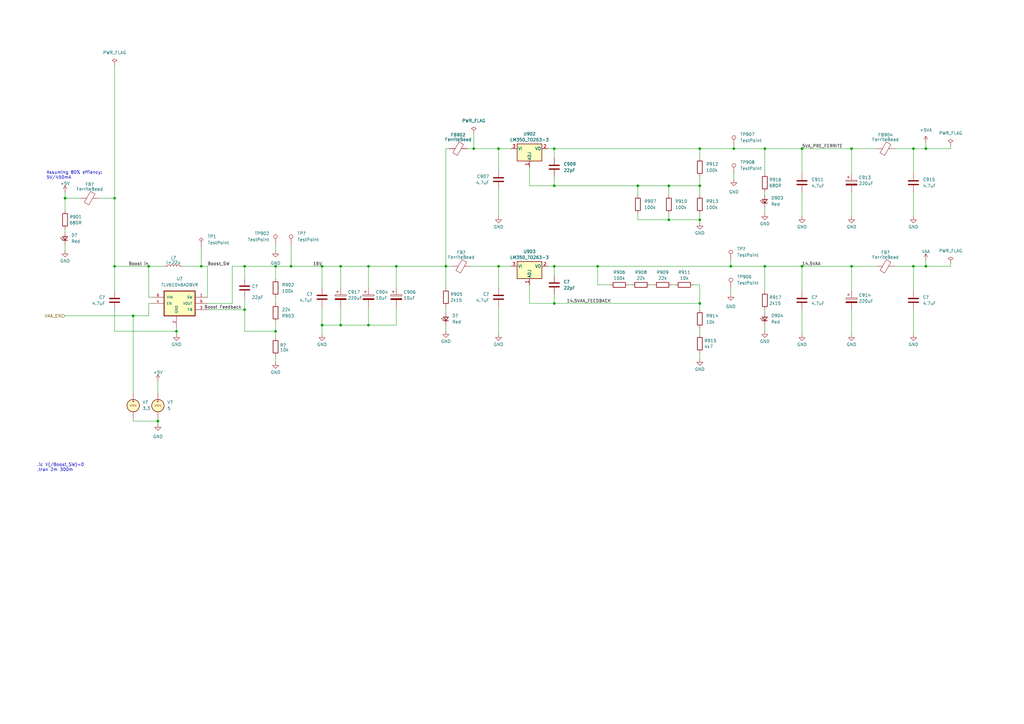
<source format=kicad_sch>
(kicad_sch (version 20250114) (generator "eeschema") (generator_version "9.0")
  (paper "A3")
  (lib_symbols
    (symbol "Connector:TestPoint" (pin_numbers (hide yes)) (pin_names (offset 0.762) (hide yes))
      (property "Reference" "TP" (at 0 6.858 0))
      (property "Value" "TestPoint" (at 0 5.08 0))
      (symbol "TestPoint_0_1"
        (circle (center 0 3.302) (radius 0.762))
      )
      (symbol "TestPoint_1_1"
        (pin passive line (at 0 0 90) (length 2.54) (name "1") (number "1"))
      )
    )
    (symbol "Connector:TestPoint_Alt" (pin_numbers (hide yes)) (pin_names (offset 0.762) (hide yes))
      (property "Reference" "TP" (at 0 6.858 0))
      (property "Value" "TestPoint_Alt" (at 0 5.08 0))
      (symbol "TestPoint_Alt_0_1"
        (polyline (pts (xy 0 2.54) (xy -0.762 3.302) (xy 0 4.064) (xy 0.762 3.302) (xy 0 2.54)))
      )
      (symbol "TestPoint_Alt_1_1"
        (pin passive line (at 0 0 90) (length 2.54) (name "1") (number "1"))
      )
    )
    (symbol "Device:C" (pin_numbers (hide yes)) (pin_names (offset 0.254))
      (property "Reference" "C" (at 0.635 2.54 0))
      (property "Value" "C" (at 0.635 -2.54 0))
      (symbol "C_0_1"
        (polyline (pts (xy -2.032 0.762) (xy 2.032 0.762)) (stroke (width 0.508)))
        (polyline (pts (xy -2.032 -0.762) (xy 2.032 -0.762)) (stroke (width 0.508)))
      )
      (symbol "C_1_1"
        (pin passive line (at 0 3.81 270) (length 2.794) (name "~") (number "1"))
        (pin passive line (at 0 -3.81 90) (length 2.794) (name "~") (number "2"))
      )
    )
    (symbol "Device:C_Polarized" (pin_numbers (hide yes)) (pin_names (offset 0.254))
      (property "Reference" "C" (at 0.635 2.54 0))
      (property "Value" "C_Polarized" (at 0.635 -2.54 0))
      (symbol "C_Polarized_0_1"
        (rectangle (start -2.286 0.508) (end 2.286 1.016))
        (polyline (pts (xy -1.778 2.286) (xy -0.762 2.286)))
        (polyline (pts (xy -1.27 2.794) (xy -1.27 1.778)))
        (rectangle (start 2.286 -0.508) (end -2.286 -1.016) (fill (type outline)))
      )
      (symbol "C_Polarized_1_1"
        (pin passive line (at 0 3.81 270) (length 2.794) (name "~") (number "1"))
        (pin passive line (at 0 -3.81 90) (length 2.794) (name "~") (number "2"))
      )
    )
    (symbol "Device:FerriteBead" (pin_numbers (hide yes)) (pin_names (offset 0))
      (property "Reference" "FB" (at -3.81 0.635 90))
      (property "Value" "FerriteBead" (at 3.81 0 90))
      (symbol "FerriteBead_0_1"
        (polyline (pts (xy -2.7686 0.4064) (xy -1.7018 2.2606) (xy 2.7686 -0.3048) (xy 1.6764 -2.159) (xy -2.7686 0.4064)))
        (polyline (pts (xy 0 1.27) (xy 0 1.2954)))
        (polyline (pts (xy 0 -1.27) (xy 0 -1.2192)))
      )
      (symbol "FerriteBead_1_1"
        (pin passive line (at 0 3.81 270) (length 2.54) (name "~") (number "1"))
        (pin passive line (at 0 -3.81 90) (length 2.54) (name "~") (number "2"))
      )
    )
    (symbol "Device:L" (pin_numbers (hide yes)) (pin_names (offset 1.016) (hide yes))
      (property "Reference" "L" (at -1.27 0 90))
      (property "Value" "L" (at 1.905 0 90))
      (symbol "L_0_1"
        (arc (start 0 2.54) (mid 0.6323 1.905) (end 0 1.27))
        (arc (start 0 1.27) (mid 0.6323 0.635) (end 0 0))
        (arc (start 0 0) (mid 0.6323 -0.635) (end 0 -1.27))
        (arc (start 0 -1.27) (mid 0.6323 -1.905) (end 0 -2.54))
      )
      (symbol "L_1_1"
        (pin passive line (at 0 3.81 270) (length 1.27) (name "1") (number "1"))
        (pin passive line (at 0 -3.81 90) (length 1.27) (name "2") (number "2"))
      )
    )
    (symbol "Device:LED_Small" (pin_numbers (hide yes)) (pin_names (offset 0.254) (hide yes))
      (property "Reference" "D" (at -1.27 3.175 0))
      (property "Value" "LED_Small" (at -4.445 -2.54 0))
      (symbol "LED_Small_0_1"
        (polyline (pts (xy -0.762 -1.016) (xy -0.762 1.016)) (stroke (width 0.254)))
        (polyline (pts (xy 0 0.762) (xy -0.508 1.27) (xy -0.254 1.27) (xy -0.508 1.27) (xy -0.508 1.016)))
        (polyline (pts (xy 0.508 1.27) (xy 0 1.778) (xy 0.254 1.778) (xy 0 1.778) (xy 0 1.524)))
        (polyline (pts (xy 0.762 -1.016) (xy -0.762 0) (xy 0.762 1.016) (xy 0.762 -1.016)) (stroke (width 0.254)))
        (polyline (pts (xy 1.016 0) (xy -0.762 0)))
      )
      (symbol "LED_Small_1_1"
        (pin passive line (at -2.54 0 0) (length 1.778) (name "K") (number "1"))
        (pin passive line (at 2.54 0 180) (length 1.778) (name "A") (number "2"))
      )
    )
    (symbol "Device:R" (pin_numbers (hide yes)) (pin_names (offset 0))
      (property "Reference" "R" (at 2.032 0 90))
      (property "Value" "R" (at 0 0 90))
      (symbol "R_0_1"
        (rectangle (start -1.016 -2.54) (end 1.016 2.54) (stroke (width 0.254)))
      )
      (symbol "R_1_1"
        (pin passive line (at 0 3.81 270) (length 1.27) (name "~") (number "1"))
        (pin passive line (at 0 -3.81 90) (length 1.27) (name "~") (number "2"))
      )
    )
    (symbol "Regulator_Linear:LM350_TO220" (pin_names (offset 0.254))
      (property "Reference" "U" (at -3.81 3.175 0))
      (property "Value" "LM350_TO220" (at 0 3.175 0))
      (symbol "LM350_TO220_0_1"
        (rectangle (start -5.08 1.905) (end 5.08 -5.08) (stroke (width 0.254)) (fill (type background)))
      )
      (symbol "LM350_TO220_1_1"
        (pin power_in line (at -7.62 0 0) (length 2.54) (name "VI") (number "3"))
        (pin input line (at 0 -7.62 90) (length 2.54) (name "ADJ") (number "1"))
        (pin power_out line (at 7.62 0 180) (length 2.54) (name "VO") (number "2"))
      )
    )
    (symbol "Simulation_SPICE:VDC" (pin_numbers (hide yes)) (pin_names (offset 0.0254))
      (property "Reference" "V" (at 2.54 2.54 0))
      (property "Value" "1" (at 2.54 0 0))
      (symbol "VDC_0_0"
        (polyline (pts (xy -1.27 0.254) (xy 1.27 0.254)))
        (polyline (pts (xy -0.762 -0.254) (xy -1.27 -0.254)))
        (polyline (pts (xy 0.254 -0.254) (xy -0.254 -0.254)))
        (polyline (pts (xy 1.27 -0.254) (xy 0.762 -0.254)))
        (text "+" (at 0 1.905 0) (effects (font (size 1.27 1.27))))
      )
      (symbol "VDC_0_1"
        (circle (center 0 0) (radius 2.54) (stroke (width 0.254)) (fill (type background)))
      )
      (symbol "VDC_1_1"
        (pin passive line (at 0 5.08 270) (length 2.54) (name "~") (number "1"))
        (pin passive line (at 0 -5.08 90) (length 2.54) (name "~") (number "2"))
      )
    )
    (symbol "Skrooter_symbols:TLV61046ADBVR" (pin_names (offset 1.016))
      (property "Reference" "U" (at -12.7 11.16 0))
      (property "Value" "TLV61046ADBVR" (at -12.7 12.7 0))
      (symbol "TLV61046ADBVR_0_0"
        (rectangle (start -12.7 10.16) (end 0 0) (stroke (width 0.41)) (fill (type background)))
        (pin input line (at -17.78 7.62 0) (length 5.08) (name "VIN") (number "6"))
        (pin input line (at -17.78 5.08 0) (length 5.08) (name "EN") (number "4"))
        (pin power_in line (at -7.62 -5.08 90) (length 5.08) (name "GND") (number "2"))
        (pin output line (at 5.08 7.62 180) (length 5.08) (name "SW") (number "1"))
        (pin output line (at 5.08 5.08 180) (length 5.08) (name "VOUT") (number "5"))
        (pin input line (at 5.08 2.54 180) (length 5.08) (name "FB") (number "3"))
      )
    )
    (symbol "power:+5V" (power) (pin_numbers (hide yes)) (pin_names (offset 0) (hide yes))
      (property "Value" "+5V" (at 0 3.556 0))
      (symbol "+5V_0_1"
        (polyline (pts (xy -0.762 1.27) (xy 0 2.54)))
        (polyline (pts (xy 0 2.54) (xy 0.762 1.27)))
        (polyline (pts (xy 0 0) (xy 0 2.54)))
      )
      (symbol "+5V_1_1"
        (pin power_in line (at 0 0 90) (length 0) (name "~") (number "1"))
      )
    )
    (symbol "power:+5VA" (power) (pin_numbers (hide yes)) (pin_names (offset 0) (hide yes))
      (property "Value" "+5VA" (at 0 3.556 0))
      (symbol "+5VA_0_1"
        (polyline (pts (xy -0.762 1.27) (xy 0 2.54)))
        (polyline (pts (xy 0 2.54) (xy 0.762 1.27)))
        (polyline (pts (xy 0 0) (xy 0 2.54)))
      )
      (symbol "+5VA_1_1"
        (pin power_in line (at 0 0 90) (length 0) (name "~") (number "1"))
      )
    )
    (symbol "power:GND" (power) (pin_numbers (hide yes)) (pin_names (offset 0) (hide yes))
      (property "Value" "GND" (at 0 -3.81 0))
      (symbol "GND_0_1"
        (polyline (pts (xy 0 0) (xy 0 -1.27) (xy 1.27 -1.27) (xy 0 -2.54) (xy -1.27 -1.27) (xy 0 -1.27)))
      )
      (symbol "GND_1_1"
        (pin power_in line (at 0 0 270) (length 0) (name "~") (number "1"))
      )
    )
    (symbol "power:PWR_FLAG" (power) (pin_numbers (hide yes)) (pin_names (offset 0) (hide yes))
      (property "Value" "PWR_FLAG" (at 0 3.81 0))
      (symbol "PWR_FLAG_0_0"
        (pin power_out line (at 0 0 90) (length 0) (name "~") (number "1"))
      )
      (symbol "PWR_FLAG_0_1"
        (polyline (pts (xy 0 0) (xy 0 1.27) (xy -1.016 1.905) (xy 0 2.54) (xy 1.016 1.905) (xy 0 1.27)))
      )
    )
    (symbol "power:VAA" (power) (pin_numbers (hide yes)) (pin_names (offset 0) (hide yes))
      (property "Value" "VAA" (at 0 3.556 0))
      (symbol "VAA_0_1"
        (polyline (pts (xy -0.762 1.27) (xy 0 2.54)))
        (polyline (pts (xy 0 2.54) (xy 0.762 1.27)))
        (polyline (pts (xy 0 0) (xy 0 2.54)))
      )
      (symbol "VAA_1_1"
        (pin power_in line (at 0 0 90) (length 0) (name "~") (number "1"))
      )
    )
  )
  (text "Assuming 80% effiency:\n5V/450mA" (at 19.05 73.66 0) (effects (font (size 1.27 1.27)) (justify left bottom)))
  (text ".ic V(/Boost_SW)=0\n.tran 2m 300m\n\n" (at 15.24 195.58 0) (effects (font (size 1.27 1.27)) (justify left bottom)))
  (junction (at 299.72 109.22))
  (junction (at 151.13 109.22))
  (junction (at 82.55 109.22))
  (junction (at 374.65 109.22))
  (junction (at 46.99 81.28))
  (junction (at 261.62 76.2))
  (junction (at 139.7 133.35))
  (junction (at 162.56 109.22))
  (junction (at 328.93 60.96))
  (junction (at 113.03 135.89))
  (junction (at 119.38 109.22))
  (junction (at 313.69 109.22))
  (junction (at 204.47 109.22))
  (junction (at 287.02 76.2))
  (junction (at 379.73 109.22))
  (junction (at 313.69 60.96))
  (junction (at 60.96 109.22))
  (junction (at 227.33 76.2))
  (junction (at 204.47 60.96))
  (junction (at 328.93 109.22))
  (junction (at 72.39 135.89))
  (junction (at 349.25 109.22))
  (junction (at 274.32 90.17))
  (junction (at 287.02 60.96))
  (junction (at 287.02 90.17))
  (junction (at 64.77 172.72))
  (junction (at 132.08 109.22))
  (junction (at 287.02 124.46))
  (junction (at 379.73 60.96))
  (junction (at 139.7 109.22))
  (junction (at 54.61 129.54))
  (junction (at 182.88 109.22))
  (junction (at 46.99 109.22))
  (junction (at 374.65 60.96))
  (junction (at 245.11 109.22))
  (junction (at 349.25 60.96))
  (junction (at 113.03 109.22))
  (junction (at 227.33 109.22))
  (junction (at 151.13 133.35))
  (junction (at 100.33 127))
  (junction (at 194.31 60.96))
  (junction (at 132.08 133.35))
  (junction (at 26.67 81.28))
  (junction (at 100.33 109.22))
  (junction (at 274.32 76.2))
  (junction (at 227.33 124.46))
  (junction (at 300.99 60.96))
  (junction (at 227.33 60.96))
  (wire (pts (xy 227.33 76.2) (xy 261.62 76.2)))
  (wire (pts (xy 287.02 76.2) (xy 287.02 72.39)))
  (wire (pts (xy 328.93 109.22) (xy 328.93 119.38)))
  (wire (pts (xy 60.96 124.46) (xy 60.96 129.54)))
  (wire (pts (xy 287.02 144.78) (xy 287.02 147.32)))
  (wire (pts (xy 227.33 109.22) (xy 227.33 113.03)))
  (wire (pts (xy 349.25 109.22) (xy 359.41 109.22)))
  (wire (pts (xy 46.99 26.67) (xy 46.99 81.28)))
  (wire (pts (xy 367.03 109.22) (xy 374.65 109.22)))
  (wire (pts (xy 26.67 78.74) (xy 26.67 81.28)))
  (wire (pts (xy 299.72 106.68) (xy 299.72 109.22)))
  (wire (pts (xy 349.25 127) (xy 349.25 137.16)))
  (wire (pts (xy 287.02 76.2) (xy 287.02 80.01)))
  (wire (pts (xy 151.13 125.73) (xy 151.13 133.35)))
  (wire (pts (xy 113.03 121.92) (xy 113.03 124.46)))
  (wire (pts (xy 85.09 127) (xy 100.33 127)))
  (wire (pts (xy 60.96 121.92) (xy 62.23 121.92)))
  (wire (pts (xy 261.62 90.17) (xy 274.32 90.17)))
  (wire (pts (xy 139.7 133.35) (xy 132.08 133.35)))
  (wire (pts (xy 85.09 121.92) (xy 85.09 109.22)))
  (wire (pts (xy 46.99 81.28) (xy 46.99 109.22)))
  (wire (pts (xy 204.47 109.22) (xy 204.47 118.11)))
  (wire (pts (xy 328.93 78.74) (xy 328.93 88.9)))
  (wire (pts (xy 227.33 72.39) (xy 227.33 76.2)))
  (wire (pts (xy 313.69 78.74) (xy 313.69 80.01)))
  (wire (pts (xy 287.02 60.96) (xy 300.99 60.96)))
  (wire (pts (xy 162.56 109.22) (xy 162.56 118.11)))
  (wire (pts (xy 299.72 120.65) (xy 299.72 118.11)))
  (wire (pts (xy 367.03 60.96) (xy 374.65 60.96)))
  (wire (pts (xy 82.55 109.22) (xy 74.93 109.22)))
  (wire (pts (xy 151.13 133.35) (xy 139.7 133.35)))
  (wire (pts (xy 217.17 76.2) (xy 217.17 68.58)))
  (wire (pts (xy 261.62 76.2) (xy 274.32 76.2)))
  (wire (pts (xy 132.08 133.35) (xy 132.08 137.16)))
  (wire (pts (xy 349.25 109.22) (xy 349.25 119.38)))
  (wire (pts (xy 60.96 109.22) (xy 67.31 109.22)))
  (wire (pts (xy 217.17 76.2) (xy 227.33 76.2)))
  (wire (pts (xy 328.93 127) (xy 328.93 137.16)))
  (wire (pts (xy 227.33 124.46) (xy 287.02 124.46)))
  (wire (pts (xy 245.11 116.84) (xy 245.11 109.22)))
  (wire (pts (xy 328.93 109.22) (xy 349.25 109.22)))
  (wire (pts (xy 46.99 109.22) (xy 60.96 109.22)))
  (wire (pts (xy 26.67 81.28) (xy 26.67 86.36)))
  (wire (pts (xy 162.56 125.73) (xy 162.56 133.35)))
  (wire (pts (xy 182.88 125.73) (xy 182.88 128.27)))
  (wire (pts (xy 26.67 129.54) (xy 54.61 129.54)))
  (wire (pts (xy 204.47 77.47) (xy 204.47 88.9)))
  (wire (pts (xy 151.13 109.22) (xy 151.13 118.11)))
  (wire (pts (xy 274.32 76.2) (xy 274.32 80.01)))
  (wire (pts (xy 113.03 135.89) (xy 100.33 135.89)))
  (wire (pts (xy 132.08 125.73) (xy 132.08 133.35)))
  (wire (pts (xy 113.03 109.22) (xy 113.03 114.3)))
  (wire (pts (xy 284.48 116.84) (xy 287.02 116.84)))
  (wire (pts (xy 119.38 100.33) (xy 119.38 109.22)))
  (wire (pts (xy 113.03 102.87) (xy 113.03 100.33)))
  (wire (pts (xy 287.02 87.63) (xy 287.02 90.17)))
  (wire (pts (xy 245.11 109.22) (xy 299.72 109.22)))
  (wire (pts (xy 250.19 116.84) (xy 245.11 116.84)))
  (wire (pts (xy 100.33 109.22) (xy 113.03 109.22)))
  (wire (pts (xy 46.99 127) (xy 46.99 135.89)))
  (wire (pts (xy 100.33 121.92) (xy 100.33 127)))
  (wire (pts (xy 389.89 107.95) (xy 389.89 109.22)))
  (wire (pts (xy 139.7 109.22) (xy 139.7 118.11)))
  (wire (pts (xy 299.72 109.22) (xy 313.69 109.22)))
  (wire (pts (xy 182.88 60.96) (xy 184.15 60.96)))
  (wire (pts (xy 82.55 101.6) (xy 82.55 109.22)))
  (wire (pts (xy 328.93 60.96) (xy 349.25 60.96)))
  (wire (pts (xy 100.33 135.89) (xy 100.33 127)))
  (wire (pts (xy 275.59 116.84) (xy 276.86 116.84)))
  (wire (pts (xy 162.56 109.22) (xy 182.88 109.22)))
  (wire (pts (xy 313.69 60.96) (xy 328.93 60.96)))
  (wire (pts (xy 113.03 146.05) (xy 113.03 148.59)))
  (wire (pts (xy 379.73 60.96) (xy 389.89 60.96)))
  (wire (pts (xy 379.73 58.42) (xy 379.73 60.96)))
  (wire (pts (xy 227.33 120.65) (xy 227.33 124.46)))
  (wire (pts (xy 227.33 60.96) (xy 287.02 60.96)))
  (wire (pts (xy 26.67 81.28) (xy 33.02 81.28)))
  (wire (pts (xy 194.31 54.61) (xy 194.31 60.96)))
  (wire (pts (xy 349.25 60.96) (xy 349.25 71.12)))
  (wire (pts (xy 54.61 171.45) (xy 54.61 172.72)))
  (wire (pts (xy 313.69 135.89) (xy 313.69 133.35)))
  (wire (pts (xy 300.99 73.66) (xy 300.99 71.12)))
  (wire (pts (xy 204.47 125.73) (xy 204.47 137.16)))
  (wire (pts (xy 274.32 87.63) (xy 274.32 90.17)))
  (wire (pts (xy 224.79 60.96) (xy 227.33 60.96)))
  (wire (pts (xy 139.7 125.73) (xy 139.7 133.35)))
  (wire (pts (xy 266.7 116.84) (xy 267.97 116.84)))
  (wire (pts (xy 300.99 60.96) (xy 300.99 59.69)))
  (wire (pts (xy 119.38 109.22) (xy 113.03 109.22)))
  (wire (pts (xy 227.33 60.96) (xy 227.33 64.77)))
  (wire (pts (xy 287.02 90.17) (xy 274.32 90.17)))
  (wire (pts (xy 379.73 60.96) (xy 374.65 60.96)))
  (wire (pts (xy 119.38 109.22) (xy 132.08 109.22)))
  (wire (pts (xy 204.47 109.22) (xy 209.55 109.22)))
  (wire (pts (xy 313.69 109.22) (xy 313.69 119.38)))
  (wire (pts (xy 313.69 109.22) (xy 328.93 109.22)))
  (wire (pts (xy 64.77 172.72) (xy 64.77 173.99)))
  (wire (pts (xy 132.08 109.22) (xy 132.08 118.11)))
  (wire (pts (xy 349.25 78.74) (xy 349.25 88.9)))
  (wire (pts (xy 374.65 109.22) (xy 374.65 119.38)))
  (wire (pts (xy 100.33 109.22) (xy 100.33 114.3)))
  (wire (pts (xy 217.17 124.46) (xy 227.33 124.46)))
  (wire (pts (xy 257.81 116.84) (xy 259.08 116.84)))
  (wire (pts (xy 60.96 109.22) (xy 60.96 121.92)))
  (wire (pts (xy 287.02 116.84) (xy 287.02 124.46)))
  (wire (pts (xy 374.65 127) (xy 374.65 137.16)))
  (wire (pts (xy 374.65 78.74) (xy 374.65 88.9)))
  (wire (pts (xy 194.31 60.96) (xy 191.77 60.96)))
  (wire (pts (xy 193.04 109.22) (xy 204.47 109.22)))
  (wire (pts (xy 72.39 135.89) (xy 72.39 134.62)))
  (wire (pts (xy 182.88 135.89) (xy 182.88 133.35)))
  (wire (pts (xy 313.69 87.63) (xy 313.69 85.09)))
  (wire (pts (xy 389.89 59.69) (xy 389.89 60.96)))
  (wire (pts (xy 82.55 109.22) (xy 85.09 109.22)))
  (wire (pts (xy 64.77 171.45) (xy 64.77 172.72)))
  (wire (pts (xy 204.47 60.96) (xy 204.47 69.85)))
  (wire (pts (xy 204.47 60.96) (xy 209.55 60.96)))
  (wire (pts (xy 85.09 124.46) (xy 95.25 124.46)))
  (wire (pts (xy 287.02 90.17) (xy 287.02 91.44)))
  (wire (pts (xy 261.62 76.2) (xy 261.62 80.01)))
  (wire (pts (xy 261.62 87.63) (xy 261.62 90.17)))
  (wire (pts (xy 300.99 60.96) (xy 313.69 60.96)))
  (wire (pts (xy 287.02 76.2) (xy 274.32 76.2)))
  (wire (pts (xy 182.88 109.22) (xy 182.88 60.96)))
  (wire (pts (xy 60.96 124.46) (xy 62.23 124.46)))
  (wire (pts (xy 182.88 109.22) (xy 182.88 118.11)))
  (wire (pts (xy 194.31 60.96) (xy 204.47 60.96)))
  (wire (pts (xy 224.79 109.22) (xy 227.33 109.22)))
  (wire (pts (xy 113.03 132.08) (xy 113.03 135.89)))
  (wire (pts (xy 349.25 60.96) (xy 359.41 60.96)))
  (wire (pts (xy 182.88 109.22) (xy 185.42 109.22)))
  (wire (pts (xy 151.13 109.22) (xy 162.56 109.22)))
  (wire (pts (xy 40.64 81.28) (xy 46.99 81.28)))
  (wire (pts (xy 287.02 134.62) (xy 287.02 137.16)))
  (wire (pts (xy 217.17 124.46) (xy 217.17 116.84)))
  (wire (pts (xy 379.73 106.68) (xy 379.73 109.22)))
  (wire (pts (xy 374.65 60.96) (xy 374.65 71.12)))
  (wire (pts (xy 72.39 135.89) (xy 72.39 137.16)))
  (wire (pts (xy 287.02 60.96) (xy 287.02 64.77)))
  (wire (pts (xy 64.77 156.21) (xy 64.77 161.29)))
  (wire (pts (xy 46.99 135.89) (xy 72.39 135.89)))
  (wire (pts (xy 113.03 135.89) (xy 113.03 138.43)))
  (wire (pts (xy 379.73 109.22) (xy 389.89 109.22)))
  (wire (pts (xy 162.56 133.35) (xy 151.13 133.35)))
  (wire (pts (xy 139.7 109.22) (xy 151.13 109.22)))
  (wire (pts (xy 95.25 109.22) (xy 100.33 109.22)))
  (wire (pts (xy 227.33 109.22) (xy 245.11 109.22)))
  (wire (pts (xy 313.69 127) (xy 313.69 128.27)))
  (wire (pts (xy 95.25 124.46) (xy 95.25 109.22)))
  (wire (pts (xy 54.61 129.54) (xy 60.96 129.54)))
  (wire (pts (xy 54.61 172.72) (xy 64.77 172.72)))
  (wire (pts (xy 26.67 102.87) (xy 26.67 100.33)))
  (wire (pts (xy 313.69 60.96) (xy 313.69 71.12)))
  (wire (pts (xy 132.08 109.22) (xy 139.7 109.22)))
  (wire (pts (xy 46.99 109.22) (xy 46.99 119.38)))
  (wire (pts (xy 54.61 129.54) (xy 54.61 161.29)))
  (wire (pts (xy 287.02 124.46) (xy 287.02 127)))
  (wire (pts (xy 379.73 109.22) (xy 374.65 109.22)))
  (wire (pts (xy 26.67 93.98) (xy 26.67 95.25)))
  (wire (pts (xy 328.93 60.96) (xy 328.93 71.12)))
  (label "14.5VAA" (at 328.93 109.22 0))
  (label "Boost Feedback" (at 99.06 127 180))
  (label "Boost_SW" (at 85.09 109.22 0))
  (label "16V" (at 132.08 109.22 180))
  (label "5VA_PRE_FERRITE" (at 328.93 60.96 0))
  (label "Boost in" (at 60.96 109.22 180))
  (label "14.5VAA_FEEDBACK" (at 232.41 124.46 0))
  (hierarchical_label "VAA_EN" (shape input) (at 26.67 129.54 180))
  (symbol (lib_id "Device:R") (at 113.03 128.27 0) (mirror x) (unit 1) (in_bom no)
    (property "Reference" "R903" (at 115.57 129.54 0) (effects (justify left)))
    (property "Value" "22k" (at 115.57 127 0) (effects (justify left)))
    (property "Footprint" "Resistor_SMD:R_0603_1608Metric" (effects (hide yes)))
    (property "Description" "Resistor" (effects (hide yes)))
    (property "LCSC" "C335085" (effects (hide yes)))
  )
  (symbol (lib_id "power:GND") (at 349.25 137.16 0) (unit 1)
    (property "Reference" "#PWR?" (effects (hide yes)))
    (property "Value" "GND" (at 349.25 141.2955 0))
    (property "Description" "Power symbol creates a global label with name \"GND\" , ground" (effects (hide yes)))
  )
  (symbol (lib_id "Device:R") (at 254 116.84 90) (unit 1) (in_bom no)
    (property "Reference" "R906" (at 254 111.6795 90))
    (property "Value" "100k" (at 254 114.1038 90))
    (property "Footprint" "Resistor_SMD:R_0603_1608Metric" (effects (hide yes)))
    (property "Description" "Resistor" (effects (hide yes)))
    (property "LCSC" "C25803" (effects (hide yes)))
  )
  (symbol (lib_id "Device:C") (at 328.93 123.19 0) (unit 1) (in_bom no)
    (property "Reference" "C?" (at 332.74 121.92 0) (effects (justify left)))
    (property "Value" "4.7uF" (at 332.74 124.46 0) (effects (justify left)))
    (property "Footprint" "Capacitor_SMD:C_1206_3216Metric" (effects (hide yes)))
    (property "Description" "Unpolarized capacitor" (effects (hide yes)))
    (property "LCSC" "C29823" (effects (hide yes)))
  )
  (symbol (lib_id "Device:R") (at 287.02 83.82 0) (unit 1) (in_bom no)
    (property "Reference" "R913" (at 289.56 82.55 0) (effects (justify left)))
    (property "Value" "100k" (at 289.56 85.09 0) (effects (justify left)))
    (property "Footprint" "Resistor_SMD:R_0603_1608Metric" (effects (hide yes)))
    (property "Description" "Resistor" (effects (hide yes)))
    (property "LCSC" "C25803" (effects (hide yes)))
  )
  (symbol (lib_id "power:PWR_FLAG") (at 389.89 107.95 0) (unit 1)
    (property "Reference" "#FLG?" (effects (hide yes)))
    (property "Value" "PWR_FLAG" (at 389.89 102.87 0))
    (property "Description" "Special symbol for telling ERC where power comes from" (effects (hide yes)))
  )
  (symbol (lib_id "Device:C") (at 132.08 121.92 0) (mirror y) (unit 1) (in_bom no)
    (property "Reference" "C?" (at 128.27 120.65 0) (effects (justify left)))
    (property "Value" "4.7uF" (at 128.27 123.19 0) (effects (justify left)))
    (property "Footprint" "Capacitor_SMD:C_1206_3216Metric" (effects (hide yes)))
    (property "Description" "Unpolarized capacitor" (effects (hide yes)))
    (property "LCSC" "C29823" (effects (hide yes)))
  )
  (symbol (lib_id "Device:R") (at 287.02 68.58 0) (unit 1) (in_bom no)
    (property "Reference" "R912" (at 289.56 67.31 0) (effects (justify left)))
    (property "Value" "100k" (at 289.56 69.85 0) (effects (justify left)))
    (property "Footprint" "Resistor_SMD:R_0603_1608Metric" (effects (hide yes)))
    (property "Description" "Resistor" (effects (hide yes)))
    (property "LCSC" "C25803" (effects (hide yes)))
  )
  (symbol (lib_id "power:GND") (at 26.67 102.87 0) (unit 1)
    (property "Reference" "#PWR?" (effects (hide yes)))
    (property "Value" "GND" (at 26.67 107.0055 0))
    (property "Description" "Power symbol creates a global label with name \"GND\" , ground" (effects (hide yes)))
  )
  (symbol (lib_id "Device:L") (at 71.12 109.22 90) (unit 1) (in_bom no)
    (property "Reference" "L?" (at 71.12 105.7047 90))
    (property "Value" "${SIM.PARAMS}" (at 71.12 107.6257 90))
    (property "Footprint" "Skrooter_footprints:MSCD43" (effects (hide yes)))
    (property "Description" "Inductor" (effects (hide yes)))
    (property "LCSC" "C915172" (effects (hide yes)))
    (property "Sim.Device" "L" (effects (hide yes)))
    (property "Sim.Params" "l=22u" (effects (hide yes)))
    (property "Sim.Pins" "1=+ 2=-" (effects (hide yes)))
    (property "Sim.Type" "=" (effects (hide yes)))
  )
  (symbol (lib_id "Device:C") (at 100.33 118.11 0) (unit 1) (in_bom no)
    (property "Reference" "C?" (at 103.251 117.4663 0) (effects (justify left)))
    (property "Value" "22pF" (at 103.251 121.9273 0) (effects (justify left)))
    (property "Footprint" "Capacitor_SMD:C_0603_1608Metric" (effects (hide yes)))
    (property "Description" "Unpolarized capacitor" (effects (hide yes)))
    (property "LCSC" "C1653" (effects (hide yes)))
    (property "Voltage" "50V" (effects (hide yes)))
  )
  (symbol (lib_id "power:+5V") (at 26.67 78.74 0) (unit 1)
    (property "Reference" "#PWR?" (effects (hide yes)))
    (property "Value" "+5V" (at 26.67 75.2381 0))
    (property "Description" "Power symbol creates a global label with name \"+5V\"" (effects (hide yes)))
  )
  (symbol (lib_id "Device:C") (at 204.47 121.92 0) (mirror y) (unit 1) (in_bom no)
    (property "Reference" "C?" (at 200.66 120.65 0) (effects (justify left)))
    (property "Value" "4.7uF" (at 200.66 123.19 0) (effects (justify left)))
    (property "Footprint" "Capacitor_SMD:C_1206_3216Metric" (effects (hide yes)))
    (property "Description" "Unpolarized capacitor" (effects (hide yes)))
    (property "LCSC" "C29823" (effects (hide yes)))
  )
  (symbol (lib_id "power:GND") (at 287.02 147.32 0) (unit 1)
    (property "Reference" "#PWR?" (effects (hide yes)))
    (property "Value" "GND" (at 287.02 151.4555 0))
    (property "Description" "Power symbol creates a global label with name \"GND\" , ground" (effects (hide yes)))
  )
  (symbol (lib_id "Device:R") (at 26.67 90.17 180) (unit 1) (in_bom no)
    (property "Reference" "R901" (at 28.448 88.9578 0) (effects (justify right)))
    (property "Value" "680R" (at 28.448 91.3821 0) (effects (justify right)))
    (property "Footprint" "Resistor_SMD:R_0603_1608Metric" (effects (hide yes)))
    (property "Description" "Resistor" (effects (hide yes)))
    (property "LCSC" "C218116" (effects (hide yes)))
  )
  (symbol (lib_id "Simulation_SPICE:VDC") (at 64.77 166.37 0) (unit 1) (in_bom no) (on_board no)
    (property "Reference" "V?" (at 68.58 164.9702 0) (effects (justify left)))
    (property "Value" "5" (at 68.58 167.5102 0) (effects (justify left)))
    (property "Datasheet" "https://ngspice.sourceforge.io/docs/ngspice-html-manual/manual.xhtml#sec_Independent_Sources_for" (effects (hide yes)))
    (property "Description" "Voltage source, DC" (effects (hide yes)))
    (property "Sim.Pins" "1=+ 2=-" (effects (hide yes)))
    (property "Sim.Type" "DC" (effects (hide yes)))
    (property "Sim.Device" "V" (effects (hide yes)))
  )
  (symbol (lib_id "power:GND") (at 374.65 88.9 0) (unit 1)
    (property "Reference" "#PWR0923" (effects (hide yes)))
    (property "Value" "GND" (at 374.65 93.0355 0))
    (property "Description" "Power symbol creates a global label with name \"GND\" , ground" (effects (hide yes)))
  )
  (symbol (lib_id "Device:FerriteBead") (at 189.23 109.22 90) (unit 1) (in_bom no)
    (property "Reference" "FB?" (at 189.1792 103.5685 90))
    (property "Value" "FerriteBead" (at 189.1792 105.4895 90))
    (property "Footprint" "Inductor_SMD:L_0805_2012Metric" (effects (hide yes)))
    (property "Description" "Ferrite bead" (effects (hide yes)))
    (property "LCSC" "C1015" (effects (hide yes)))
    (property "Sim.Device" "SUBCKT" (effects (hide yes)))
    (property "Sim.Library" "/home/jaxc/work/Skrooterlib/simulation/BLM02-n-v17BLM02AX100SN1.lib" (effects (hide yes)))
    (property "Sim.Name" "BLM02AX100SN1" (effects (hide yes)))
    (property "Sim.Pins" "1=port1 2=port2" (effects (hide yes)))
  )
  (symbol (lib_id "Device:C") (at 227.33 68.58 0) (unit 1) (in_bom no)
    (property "Reference" "C909" (at 231.14 67.31 0) (effects (justify left)))
    (property "Value" "22pF" (at 231.14 69.85 0) (effects (justify left)))
    (property "Footprint" "Capacitor_SMD:C_0603_1608Metric" (effects (hide yes)))
    (property "Description" "Unpolarized capacitor" (effects (hide yes)))
    (property "LCSC" "C1653" (effects (hide yes)))
  )
  (symbol (lib_id "Device:LED_Small") (at 313.69 130.81 90) (unit 1) (exclude_from_sim yes) (in_bom no)
    (property "Reference" "D904" (at 316.23 129.4765 90) (effects (justify right)))
    (property "Value" "Red" (at 316.23 132.0165 90) (effects (justify right)))
    (property "Footprint" "LED_SMD:LED_0805_2012Metric" (effects (hide yes)))
    (property "Description" "Light emitting diode, small symbol" (effects (hide yes)))
    (property "LCSC" "C84256" (effects (hide yes)))
    (property "Sim.Pin" "1=K 2=A" (effects (hide yes)))
  )
  (symbol (lib_id "Device:C_Polarized") (at 139.7 121.92 0) (unit 1) (in_bom no)
    (property "Reference" "C917" (at 142.621 119.8188 0) (effects (justify left)))
    (property "Value" "220uF" (at 142.621 122.2431 0) (effects (justify left)))
    (property "Footprint" "Capacitor_SMD:CP_Elec_4x5.8" (effects (hide yes)))
    (property "Description" "Polarized capacitor" (effects (hide yes)))
    (property "LCSC" "C729680" (effects (hide yes)))
  )
  (symbol (lib_id "Device:R") (at 262.89 116.84 270) (mirror x) (unit 1) (in_bom no)
    (property "Reference" "R908" (at 262.89 111.6795 90))
    (property "Value" "22k" (at 262.89 114.1038 90))
    (property "Footprint" "Resistor_SMD:R_0603_1608Metric" (effects (hide yes)))
    (property "Description" "Resistor" (effects (hide yes)))
    (property "LCSC" "C335085" (effects (hide yes)))
  )
  (symbol (lib_id "Connector:TestPoint") (at 119.38 100.33 0) (unit 1) (exclude_from_sim yes) (in_bom no)
    (property "Reference" "TP?" (at 121.92 95.758 0) (effects (justify left)))
    (property "Value" "TestPoint" (at 121.92 98.298 0) (effects (justify left)))
    (property "Footprint" "TestPoint:TestPoint_Keystone_5005-5009_Compact" (effects (hide yes)))
    (property "Description" "test point" (effects (hide yes)))
  )
  (symbol (lib_id "power:+5VA") (at 379.73 58.42 0) (unit 1)
    (property "Reference" "#PWR0925" (effects (hide yes)))
    (property "Value" "+5VA" (at 379.73 53.34 0))
    (property "Description" "Power symbol creates a global label with name \"+5VA\"" (effects (hide yes)))
  )
  (symbol (lib_id "Device:FerriteBead") (at 363.22 109.22 90) (unit 1) (in_bom no)
    (property "Reference" "FB?" (at 363.1692 103.5685 90))
    (property "Value" "FerriteBead" (at 363.1692 105.4895 90))
    (property "Footprint" "Inductor_SMD:L_0805_2012Metric" (effects (hide yes)))
    (property "Description" "Ferrite bead" (effects (hide yes)))
    (property "LCSC" "C1015" (effects (hide yes)))
    (property "Sim.Device" "SUBCKT" (effects (hide yes)))
    (property "Sim.Library" "/home/jaxc/work/Skrooterlib/simulation/BLM02-n-v17BLM02AX100SN1.lib" (effects (hide yes)))
    (property "Sim.Name" "BLM02AX100SN1" (effects (hide yes)))
    (property "Sim.Pins" "1=port1 2=port2" (effects (hide yes)))
  )
  (symbol (lib_id "power:GND") (at 204.47 137.16 0) (mirror y) (unit 1)
    (property "Reference" "#PWR?" (effects (hide yes)))
    (property "Value" "GND" (at 204.47 141.2955 0))
    (property "Description" "Power symbol creates a global label with name \"GND\" , ground" (effects (hide yes)))
  )
  (symbol (lib_id "Device:R") (at 113.03 118.11 0) (unit 1) (in_bom no)
    (property "Reference" "R902" (at 115.57 116.84 0) (effects (justify left)))
    (property "Value" "100k" (at 115.57 119.38 0) (effects (justify left)))
    (property "Footprint" "Resistor_SMD:R_0603_1608Metric" (effects (hide yes)))
    (property "Description" "Resistor" (effects (hide yes)))
    (property "LCSC" "C25803" (effects (hide yes)))
  )
  (symbol (lib_id "power:VAA") (at 379.73 106.68 0) (unit 1)
    (property "Reference" "#PWR?" (effects (hide yes)))
    (property "Value" "VAA" (at 379.73 103.1781 0))
    (property "Description" "Power symbol creates a global label with name \"VAA\"" (effects (hide yes)))
  )
  (symbol (lib_id "power:GND") (at 313.69 87.63 0) (unit 1)
    (property "Reference" "#PWR0917" (effects (hide yes)))
    (property "Value" "GND" (at 313.69 91.7655 0))
    (property "Description" "Power symbol creates a global label with name \"GND\" , ground" (effects (hide yes)))
  )
  (symbol (lib_id "Connector:TestPoint") (at 299.72 118.11 0) (mirror y) (unit 1) (exclude_from_sim yes) (in_bom no)
    (property "Reference" "TP906" (at 302.26 113.538 0) (effects (justify right)))
    (property "Value" "TestPoint" (at 302.26 116.078 0) (effects (justify right)))
    (property "Footprint" "TestPoint:TestPoint_Keystone_5005-5009_Compact" (effects (hide yes)))
    (property "Description" "test point" (effects (hide yes)))
  )
  (symbol (lib_id "Connector:TestPoint") (at 299.72 106.68 0) (unit 1) (exclude_from_sim yes) (in_bom no)
    (property "Reference" "TP?" (at 302.26 102.108 0) (effects (justify left)))
    (property "Value" "TestPoint" (at 302.26 104.648 0) (effects (justify left)))
    (property "Footprint" "TestPoint:TestPoint_Keystone_5005-5009_Compact" (effects (hide yes)))
    (property "Description" "test point" (effects (hide yes)))
  )
  (symbol (lib_id "Regulator_Linear:LM350_TO220") (at 217.17 109.22 0) (unit 1)
    (property "Reference" "U903" (at 217.17 103.1705 0))
    (property "Value" "LM350_TO263-3" (at 217.17 105.5948 0))
    (property "Footprint" "Package_TO_SOT_SMD:TO-263-3_TabPin2" (effects (hide yes)))
    (property "Datasheet" "https://www.onsemi.com/pub/Collateral/LM350-D.pdf" (effects (hide yes)))
    (property "Description" "3A 33V Adjustable Linear Regulator, TO-220" (effects (hide yes)))
    (property "LCSC" "C512786" (effects (hide yes)))
  )
  (symbol (lib_id "Device:C_Polarized") (at 151.13 121.92 0) (unit 1) (in_bom no)
    (property "Reference" "C904" (at 154.051 119.8188 0) (effects (justify left)))
    (property "Value" "10uF" (at 154.051 122.2431 0) (effects (justify left)))
    (property "Footprint" "Capacitor_SMD:CP_Elec_4x5.8" (effects (hide yes)))
    (property "Description" "Polarized capacitor" (effects (hide yes)))
    (property "LCSC" "C2163094" (effects (hide yes)))
  )
  (symbol (lib_id "Connector:TestPoint") (at 300.99 71.12 0) (mirror y) (unit 1) (exclude_from_sim yes) (in_bom no)
    (property "Reference" "TP908" (at 303.53 66.548 0) (effects (justify right)))
    (property "Value" "TestPoint" (at 303.53 69.088 0) (effects (justify right)))
    (property "Footprint" "TestPoint:TestPoint_Keystone_5005-5009_Compact" (effects (hide yes)))
    (property "Description" "test point" (effects (hide yes)))
  )
  (symbol (lib_id "Device:LED_Small") (at 313.69 82.55 90) (unit 1) (exclude_from_sim yes) (in_bom no)
    (property "Reference" "D903" (at 316.23 81.2165 90) (effects (justify right)))
    (property "Value" "Red" (at 316.23 83.7565 90) (effects (justify right)))
    (property "Footprint" "LED_SMD:LED_0805_2012Metric" (effects (hide yes)))
    (property "Description" "Light emitting diode, small symbol" (effects (hide yes)))
    (property "LCSC" "C84256" (effects (hide yes)))
    (property "Sim.Pin" "1=K 2=A" (effects (hide yes)))
  )
  (symbol (lib_id "Device:LED_Small") (at 26.67 97.79 90) (unit 1) (exclude_from_sim yes) (in_bom no)
    (property "Reference" "D?" (at 29.21 96.4565 90) (effects (justify right)))
    (property "Value" "Red" (at 29.21 98.9965 90) (effects (justify right)))
    (property "Footprint" "LED_SMD:LED_0805_2012Metric" (effects (hide yes)))
    (property "Description" "Light emitting diode, small symbol" (effects (hide yes)))
    (property "LCSC" "C84256" (effects (hide yes)))
    (property "Sim.Pin" "1=K 2=A" (effects (hide yes)))
  )
  (symbol (lib_id "Device:C") (at 374.65 74.93 0) (unit 1) (in_bom no)
    (property "Reference" "C915" (at 378.46 73.66 0) (effects (justify left)))
    (property "Value" "4.7uF" (at 378.46 76.2 0) (effects (justify left)))
    (property "Footprint" "Capacitor_SMD:C_1206_3216Metric" (effects (hide yes)))
    (property "Description" "Unpolarized capacitor" (effects (hide yes)))
    (property "LCSC" "C29823" (effects (hide yes)))
  )
  (symbol (lib_id "Connector:TestPoint_Alt") (at 82.55 101.6 0) (unit 1)
    (property "Reference" "TP1" (at 85.09 97.028 0) (effects (justify left)))
    (property "Value" "TestPoint" (at 85.09 99.568 0) (effects (justify left)))
    (property "Footprint" "TestPoint:TestPoint_Pad_1.0x1.0mm" (effects (hide yes)))
    (property "Description" "test point (alternative shape)" (effects (hide yes)))
  )
  (symbol (lib_id "Device:C") (at 328.93 74.93 0) (unit 1) (in_bom no)
    (property "Reference" "C911" (at 332.74 73.66 0) (effects (justify left)))
    (property "Value" "4.7uF" (at 332.74 76.2 0) (effects (justify left)))
    (property "Footprint" "Capacitor_SMD:C_1206_3216Metric" (effects (hide yes)))
    (property "Description" "Unpolarized capacitor" (effects (hide yes)))
    (property "LCSC" "C29823" (effects (hide yes)))
  )
  (symbol (lib_id "power:GND") (at 113.03 102.87 0) (unit 1)
    (property "Reference" "#PWR0906" (effects (hide yes)))
    (property "Value" "GND" (at 113.03 107.95 0))
    (property "Description" "Power symbol creates a global label with name \"GND\" , ground" (effects (hide yes)))
  )
  (symbol (lib_id "power:GND") (at 204.47 88.9 0) (mirror y) (unit 1)
    (property "Reference" "#PWR0911" (effects (hide yes)))
    (property "Value" "GND" (at 204.47 93.0355 0))
    (property "Description" "Power symbol creates a global label with name \"GND\" , ground" (effects (hide yes)))
  )
  (symbol (lib_id "power:GND") (at 328.93 137.16 0) (unit 1)
    (property "Reference" "#PWR?" (effects (hide yes)))
    (property "Value" "GND" (at 328.93 141.2955 0))
    (property "Description" "Power symbol creates a global label with name \"GND\" , ground" (effects (hide yes)))
  )
  (symbol (lib_id "power:GND") (at 300.99 73.66 0) (mirror y) (unit 1)
    (property "Reference" "#PWR0916" (effects (hide yes)))
    (property "Value" "GND" (at 300.99 78.74 0))
    (property "Description" "Power symbol creates a global label with name \"GND\" , ground" (effects (hide yes)))
  )
  (symbol (lib_id "Device:R") (at 271.78 116.84 270) (mirror x) (unit 1) (in_bom no)
    (property "Reference" "R909" (at 271.78 111.6795 90))
    (property "Value" "22k" (at 271.78 114.1038 90))
    (property "Footprint" "Resistor_SMD:R_0603_1608Metric" (effects (hide yes)))
    (property "Description" "Resistor" (effects (hide yes)))
    (property "LCSC" "C335085" (effects (hide yes)))
  )
  (symbol (lib_id "Device:R") (at 261.62 83.82 0) (unit 1) (in_bom no)
    (property "Reference" "R907" (at 264.16 82.55 0) (effects (justify left)))
    (property "Value" "100k" (at 264.16 85.09 0) (effects (justify left)))
    (property "Footprint" "Resistor_SMD:R_0603_1608Metric" (effects (hide yes)))
    (property "Description" "Resistor" (effects (hide yes)))
    (property "LCSC" "C25803" (effects (hide yes)))
  )
  (symbol (lib_id "power:PWR_FLAG") (at 194.31 54.61 0) (unit 1)
    (property "Reference" "#FLG?" (effects (hide yes)))
    (property "Value" "PWR_FLAG" (at 194.31 49.53 0))
    (property "Description" "Special symbol for telling ERC where power comes from" (effects (hide yes)))
  )
  (symbol (lib_id "Device:R") (at 287.02 140.97 180) (unit 1) (in_bom no)
    (property "Reference" "R915" (at 288.798 139.7578 0) (effects (justify right)))
    (property "Value" "4k7" (at 288.798 142.1821 0) (effects (justify right)))
    (property "Footprint" "Resistor_SMD:R_0603_1608Metric" (effects (hide yes)))
    (property "Description" "Resistor" (effects (hide yes)))
    (property "LCSC" "C2989582" (effects (hide yes)))
  )
  (symbol (lib_id "Device:R") (at 313.69 123.19 180) (unit 1) (in_bom no)
    (property "Reference" "R917" (at 315.4679 121.9778 0) (effects (justify right)))
    (property "Value" "2k15" (at 315.4679 124.4021 0) (effects (justify right)))
    (property "Footprint" "Resistor_SMD:R_0603_1608Metric" (effects (hide yes)))
    (property "Description" "Resistor" (effects (hide yes)))
    (property "LCSC" "C667562" (effects (hide yes)))
  )
  (symbol (lib_id "Device:C") (at 204.47 73.66 0) (mirror y) (unit 1) (in_bom no)
    (property "Reference" "C907" (at 200.66 72.39 0) (effects (justify left)))
    (property "Value" "4.7uF" (at 200.66 74.93 0) (effects (justify left)))
    (property "Footprint" "Capacitor_SMD:C_1206_3216Metric" (effects (hide yes)))
    (property "Description" "Unpolarized capacitor" (effects (hide yes)))
    (property "LCSC" "C29823" (effects (hide yes)))
  )
  (symbol (lib_id "Device:C") (at 46.99 123.19 0) (mirror y) (unit 1) (in_bom no)
    (property "Reference" "C?" (at 43.18 121.92 0) (effects (justify left)))
    (property "Value" "4.7uF" (at 43.18 124.46 0) (effects (justify left)))
    (property "Footprint" "Capacitor_SMD:C_1206_3216Metric" (effects (hide yes)))
    (property "Description" "Unpolarized capacitor" (effects (hide yes)))
    (property "LCSC" "C29823" (effects (hide yes)))
    (property "Votlage" "25V" (effects (hide yes)))
  )
  (symbol (lib_id "power:GND") (at 299.72 120.65 0) (mirror y) (unit 1)
    (property "Reference" "#PWR0915" (effects (hide yes)))
    (property "Value" "GND" (at 299.72 125.73 0))
    (property "Description" "Power symbol creates a global label with name \"GND\" , ground" (effects (hide yes)))
  )
  (symbol (lib_id "Simulation_SPICE:VDC") (at 54.61 166.37 0) (unit 1) (in_bom no) (on_board no)
    (property "Reference" "V?" (at 58.42 164.9702 0) (effects (justify left)))
    (property "Value" "3.3" (at 58.42 167.5102 0) (effects (justify left)))
    (property "Datasheet" "https://ngspice.sourceforge.io/docs/ngspice-html-manual/manual.xhtml#sec_Independent_Sources_for" (effects (hide yes)))
    (property "Description" "Voltage source, DC" (effects (hide yes)))
    (property "Sim.Pins" "1=+ 2=-" (effects (hide yes)))
    (property "Sim.Type" "DC" (effects (hide yes)))
    (property "Sim.Device" "V" (effects (hide yes)))
  )
  (symbol (lib_id "power:GND") (at 287.02 91.44 0) (unit 1)
    (property "Reference" "#PWR0913" (effects (hide yes)))
    (property "Value" "GND" (at 287.02 95.5755 0))
    (property "Description" "Power symbol creates a global label with name \"GND\" , ground" (effects (hide yes)))
  )
  (symbol (lib_id "power:+5V") (at 64.77 156.21 0) (unit 1)
    (property "Reference" "#PWR?" (effects (hide yes)))
    (property "Value" "+5V" (at 64.77 152.7081 0))
    (property "Description" "Power symbol creates a global label with name \"+5V\"" (effects (hide yes)))
  )
  (symbol (lib_id "power:GND") (at 64.77 173.99 0) (unit 1)
    (property "Reference" "#PWR?" (effects (hide yes)))
    (property "Value" "GND" (at 64.77 179.07 0))
    (property "Description" "Power symbol creates a global label with name \"GND\" , ground" (effects (hide yes)))
  )
  (symbol (lib_id "power:GND") (at 349.25 88.9 0) (unit 1)
    (property "Reference" "#PWR0921" (effects (hide yes)))
    (property "Value" "GND" (at 349.25 93.0355 0))
    (property "Description" "Power symbol creates a global label with name \"GND\" , ground" (effects (hide yes)))
  )
  (symbol (lib_id "Device:R") (at 274.32 83.82 0) (unit 1) (in_bom no)
    (property "Reference" "R910" (at 276.86 82.55 0) (effects (justify left)))
    (property "Value" "100k" (at 276.86 85.09 0) (effects (justify left)))
    (property "Footprint" "Resistor_SMD:R_0603_1608Metric" (effects (hide yes)))
    (property "Description" "Resistor" (effects (hide yes)))
    (property "LCSC" "C25803" (effects (hide yes)))
  )
  (symbol (lib_id "Device:C_Polarized") (at 162.56 121.92 0) (unit 1) (in_bom no)
    (property "Reference" "C906" (at 165.481 119.8188 0) (effects (justify left)))
    (property "Value" "10uF" (at 165.481 122.2431 0) (effects (justify left)))
    (property "Footprint" "Capacitor_SMD:CP_Elec_4x5.8" (effects (hide yes)))
    (property "Description" "Polarized capacitor" (effects (hide yes)))
    (property "LCSC" "C2163094" (effects (hide yes)))
  )
  (symbol (lib_id "Device:R") (at 182.88 121.92 180) (unit 1) (in_bom no)
    (property "Reference" "R905" (at 184.6579 120.7078 0) (effects (justify right)))
    (property "Value" "2k15" (at 184.6579 123.1321 0) (effects (justify right)))
    (property "Footprint" "Resistor_SMD:R_0603_1608Metric" (effects (hide yes)))
    (property "Description" "Resistor" (effects (hide yes)))
    (property "LCSC" "C667562" (effects (hide yes)))
  )
  (symbol (lib_id "power:GND") (at 328.93 88.9 0) (unit 1)
    (property "Reference" "#PWR0919" (effects (hide yes)))
    (property "Value" "GND" (at 328.93 93.0355 0))
    (property "Description" "Power symbol creates a global label with name \"GND\" , ground" (effects (hide yes)))
  )
  (symbol (lib_id "Device:R") (at 280.67 116.84 90) (unit 1) (in_bom no)
    (property "Reference" "R911" (at 280.67 111.6795 90))
    (property "Value" "10k" (at 280.67 114.1038 90))
    (property "Footprint" "Resistor_SMD:R_0603_1608Metric" (effects (hide yes)))
    (property "Description" "Resistor" (effects (hide yes)))
    (property "LCSC" "C95204" (effects (hide yes)))
  )
  (symbol (lib_id "power:GND") (at 132.08 137.16 0) (unit 1)
    (property "Reference" "#PWR?" (effects (hide yes)))
    (property "Value" "GND" (at 132.08 141.2955 0))
    (property "Description" "Power symbol creates a global label with name \"GND\" , ground" (effects (hide yes)))
  )
  (symbol (lib_id "Device:C_Polarized") (at 349.25 123.19 0) (unit 1) (in_bom no)
    (property "Reference" "C914" (at 352.171 121.0888 0) (effects (justify left)))
    (property "Value" "220uF" (at 352.171 123.5131 0) (effects (justify left)))
    (property "Footprint" "Capacitor_SMD:CP_Elec_4x5.8" (effects (hide yes)))
    (property "Description" "Polarized capacitor" (effects (hide yes)))
    (property "LCSC" "C729680" (effects (hide yes)))
  )
  (symbol (lib_id "Connector:TestPoint") (at 300.99 59.69 0) (unit 1) (exclude_from_sim yes) (in_bom no)
    (property "Reference" "TP907" (at 303.53 55.118 0) (effects (justify left)))
    (property "Value" "TestPoint" (at 303.53 57.658 0) (effects (justify left)))
    (property "Footprint" "TestPoint:TestPoint_Keystone_5005-5009_Compact" (effects (hide yes)))
    (property "Description" "test point" (effects (hide yes)))
  )
  (symbol (lib_id "power:GND") (at 113.03 148.59 0) (unit 1)
    (property "Reference" "#PWR?" (effects (hide yes)))
    (property "Value" "GND" (at 113.03 152.7255 0))
    (property "Description" "Power symbol creates a global label with name \"GND\" , ground" (effects (hide yes)))
  )
  (symbol (lib_id "Device:R") (at 113.03 142.24 0) (unit 1) (in_bom no)
    (property "Reference" "R?" (at 114.808 141.5963 0) (effects (justify left)))
    (property "Value" "10k" (at 114.808 143.5173 0) (effects (justify left)))
    (property "Footprint" "Resistor_SMD:R_0603_1608Metric" (effects (hide yes)))
    (property "Description" "Resistor" (effects (hide yes)))
    (property "LCSC" "C95204" (effects (hide yes)))
  )
  (symbol (lib_id "Device:R") (at 313.69 74.93 180) (unit 1) (in_bom no)
    (property "Reference" "R916" (at 315.468 73.7178 0) (effects (justify right)))
    (property "Value" "680R" (at 315.468 76.1421 0) (effects (justify right)))
    (property "Footprint" "Resistor_SMD:R_0603_1608Metric" (effects (hide yes)))
    (property "Description" "Resistor" (effects (hide yes)))
    (property "LCSC" "C218116" (effects (hide yes)))
  )
  (symbol (lib_id "Regulator_Linear:LM350_TO220") (at 217.17 60.96 0) (unit 1) (in_bom no)
    (property "Reference" "U902" (at 217.17 54.9105 0))
    (property "Value" "LM350_TO263-3" (at 217.17 57.3348 0))
    (property "Footprint" "Package_TO_SOT_SMD:TO-263-3_TabPin2" (effects (hide yes)))
    (property "Datasheet" "https://www.onsemi.com/pub/Collateral/LM350-D.pdf" (effects (hide yes)))
    (property "Description" "3A 33V Adjustable Linear Regulator, TO-220" (effects (hide yes)))
    (property "LCSC" "C512786" (effects (hide yes)))
  )
  (symbol (lib_id "power:GND") (at 182.88 135.89 0) (unit 1)
    (property "Reference" "#PWR?" (effects (hide yes)))
    (property "Value" "GND" (at 182.88 140.0255 0))
    (property "Description" "Power symbol creates a global label with name \"GND\" , ground" (effects (hide yes)))
  )
  (symbol (lib_id "Device:LED_Small") (at 182.88 130.81 90) (unit 1) (exclude_from_sim yes) (in_bom no)
    (property "Reference" "D?" (at 185.42 129.4765 90) (effects (justify right)))
    (property "Value" "Red" (at 185.42 132.0165 90) (effects (justify right)))
    (property "Footprint" "LED_SMD:LED_0805_2012Metric" (effects (hide yes)))
    (property "Description" "Light emitting diode, small symbol" (effects (hide yes)))
    (property "LCSC" "C84256" (effects (hide yes)))
    (property "Sim.Pin" "1=K 2=A" (effects (hide yes)))
  )
  (symbol (lib_id "Skrooter_symbols:TLV61046ADBVR") (at 80.01 129.54 0) (unit 1) (exclude_from_sim yes)
    (property "Reference" "U?" (at 73.66 114.3 0))
    (property "Value" "TLV61046ADBVR" (at 73.66 116.84 0))
    (property "Footprint" "Package_TO_SOT_SMD:TSOT-23-6_HandSoldering" (effects (hide yes)))
    (property "Datasheet" "https://www.ti.com/lit/ds/symlink/tps61046.pdf?ts=1711293123889" (effects (hide yes)))
    (property "Description" "28-V Output Voltage Boost Converter with Power Diode and Isolation Switch" (effects (hide yes)))
    (property "Sim.Library" "/home/jaxc/work/Skrooterlib/simulation/TPS61046_TRANS.lib" (effects (hide yes)))
    (property "Sim.Name" "TPS61046_TRANS" (effects (hide yes)))
    (property "Sim.Device" "SUBCKT" (effects (hide yes)))
    (property "Sim.Pins" "1=SW 2=GND 3=FB 4=EN 5=VOUT 6=VIN" (effects (hide yes)))
    (property "LCSC" "C464815" (effects (hide yes)))
  )
  (symbol (lib_id "power:GND") (at 313.69 135.89 0) (unit 1)
    (property "Reference" "#PWR0918" (effects (hide yes)))
    (property "Value" "GND" (at 313.69 140.0255 0))
    (property "Description" "Power symbol creates a global label with name \"GND\" , ground" (effects (hide yes)))
  )
  (symbol (lib_id "Device:FerriteBead") (at 363.22 60.96 90) (unit 1) (in_bom no)
    (property "Reference" "FB904" (at 363.1692 55.3085 90))
    (property "Value" "FerriteBead" (at 363.1692 57.2295 90))
    (property "Footprint" "Inductor_SMD:L_0805_2012Metric" (effects (hide yes)))
    (property "Description" "Ferrite bead" (effects (hide yes)))
    (property "LCSC" "C1015" (effects (hide yes)))
    (property "Sim.Device" "SUBCKT" (effects (hide yes)))
    (property "Sim.Library" "/home/jaxc/work/Skrooterlib/simulation/BLM02-n-v17BLM02AX100SN1.lib" (effects (hide yes)))
    (property "Sim.Name" "BLM02AX100SN1" (effects (hide yes)))
    (property "Sim.Pins" "1=port1 2=port2" (effects (hide yes)))
  )
  (symbol (lib_id "Device:C_Polarized") (at 349.25 74.93 0) (unit 1) (in_bom no)
    (property "Reference" "C913" (at 352.171 72.8288 0) (effects (justify left)))
    (property "Value" "220uF" (at 352.171 75.2531 0) (effects (justify left)))
    (property "Footprint" "Capacitor_SMD:CP_Elec_4x5.8" (effects (hide yes)))
    (property "Description" "Polarized capacitor" (effects (hide yes)))
    (property "LCSC" "C729680" (effects (hide yes)))
  )
  (symbol (lib_id "Connector:TestPoint") (at 113.03 100.33 0) (unit 1) (exclude_from_sim yes) (in_bom no)
    (property "Reference" "TP902" (at 110.49 95.758 0) (effects (justify right)))
    (property "Value" "TestPoint" (at 110.49 98.298 0) (effects (justify right)))
    (property "Footprint" "TestPoint:TestPoint_Keystone_5005-5009_Compact" (effects (hide yes)))
    (property "Description" "test point" (effects (hide yes)))
  )
  (symbol (lib_id "Device:FerriteBead") (at 187.96 60.96 90) (unit 1) (in_bom no)
    (property "Reference" "FB902" (at 187.9092 55.3085 90))
    (property "Value" "FerriteBead" (at 187.9092 57.2295 90))
    (property "Footprint" "Inductor_SMD:L_0805_2012Metric" (effects (hide yes)))
    (property "Description" "Ferrite bead" (effects (hide yes)))
    (property "LCSC" "C1015" (effects (hide yes)))
    (property "Sim.Device" "SUBCKT" (effects (hide yes)))
    (property "Sim.Library" "/home/jaxc/work/Skrooterlib/simulation/BLM02-n-v17BLM02AX100SN1.lib" (effects (hide yes)))
    (property "Sim.Name" "BLM02AX100SN1" (effects (hide yes)))
    (property "Sim.Pins" "1=port1 2=port2" (effects (hide yes)))
  )
  (symbol (lib_id "power:GND") (at 72.39 137.16 0) (unit 1)
    (property "Reference" "#PWR?" (effects (hide yes)))
    (property "Value" "GND" (at 72.39 141.2955 0))
    (property "Description" "Power symbol creates a global label with name \"GND\" , ground" (effects (hide yes)))
  )
  (symbol (lib_id "Device:FerriteBead") (at 36.83 81.28 90) (unit 1) (in_bom no)
    (property "Reference" "FB?" (at 36.7792 75.6285 90))
    (property "Value" "FerriteBead" (at 36.7792 77.5495 90))
    (property "Footprint" "Inductor_SMD:L_0805_2012Metric" (effects (hide yes)))
    (property "Description" "Ferrite bead" (effects (hide yes)))
    (property "LCSC" "C1015" (effects (hide yes)))
    (property "Sim.Device" "SUBCKT" (effects (hide yes)))
    (property "Sim.Library" "/home/jaxc/work/Skrooterlib/simulation/BLM02-n-v17BLM02AX100SN1.lib" (effects (hide yes)))
    (property "Sim.Name" "BLM02AX100SN1" (effects (hide yes)))
    (property "Sim.Pins" "1=port1 2=port2" (effects (hide yes)))
  )
  (symbol (lib_id "power:GND") (at 374.65 137.16 0) (unit 1)
    (property "Reference" "#PWR?" (effects (hide yes)))
    (property "Value" "GND" (at 374.65 141.2955 0))
    (property "Description" "Power symbol creates a global label with name \"GND\" , ground" (effects (hide yes)))
  )
  (symbol (lib_id "power:PWR_FLAG") (at 389.89 59.69 0) (unit 1)
    (property "Reference" "#FLG0903" (effects (hide yes)))
    (property "Value" "PWR_FLAG" (at 389.89 54.61 0))
    (property "Description" "Special symbol for telling ERC where power comes from" (effects (hide yes)))
  )
  (symbol (lib_id "Device:R") (at 287.02 130.81 0) (unit 1) (in_bom no)
    (property "Reference" "R914" (at 289.56 129.54 0) (effects (justify left)))
    (property "Value" "10k" (at 289.56 132.08 0) (effects (justify left)))
    (property "Footprint" "Resistor_SMD:R_0603_1608Metric" (effects (hide yes)))
    (property "Description" "Resistor" (effects (hide yes)))
    (property "LCSC" "C95204" (effects (hide yes)))
  )
  (symbol (lib_id "Device:C") (at 374.65 123.19 0) (unit 1) (in_bom no)
    (property "Reference" "C?" (at 378.46 121.92 0) (effects (justify left)))
    (property "Value" "4.7uF" (at 378.46 124.46 0) (effects (justify left)))
    (property "Footprint" "Capacitor_SMD:C_1206_3216Metric" (effects (hide yes)))
    (property "Description" "Unpolarized capacitor" (effects (hide yes)))
    (property "LCSC" "C29823" (effects (hide yes)))
  )
  (symbol (lib_id "power:PWR_FLAG") (at 46.99 26.67 0) (unit 1)
    (property "Reference" "#FLG?" (effects (hide yes)))
    (property "Value" "PWR_FLAG" (at 46.99 21.59 0))
    (property "Description" "Special symbol for telling ERC where power comes from" (effects (hide yes)))
  )
  (symbol (lib_id "Device:C") (at 227.33 116.84 0) (unit 1) (in_bom no)
    (property "Reference" "C?" (at 231.14 115.57 0) (effects (justify left)))
    (property "Value" "22pF" (at 231.14 118.11 0) (effects (justify left)))
    (property "Footprint" "Capacitor_SMD:C_0603_1608Metric" (effects (hide yes)))
    (property "Description" "Unpolarized capacitor" (effects (hide yes)))
    (property "LCSC" "C1653" (effects (hide yes)))
  )
)
</source>
